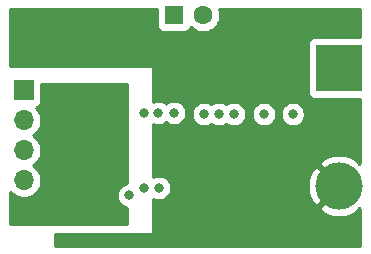
<source format=gbr>
%TF.GenerationSoftware,KiCad,Pcbnew,(5.1.9)-1*%
%TF.CreationDate,2021-10-27T02:20:13-05:00*%
%TF.ProjectId,BLDC_Cont,424c4443-5f43-46f6-9e74-2e6b69636164,rev?*%
%TF.SameCoordinates,Original*%
%TF.FileFunction,Copper,L2,Inr*%
%TF.FilePolarity,Positive*%
%FSLAX46Y46*%
G04 Gerber Fmt 4.6, Leading zero omitted, Abs format (unit mm)*
G04 Created by KiCad (PCBNEW (5.1.9)-1) date 2021-10-27 02:20:14*
%MOMM*%
%LPD*%
G01*
G04 APERTURE LIST*
%TA.AperFunction,ComponentPad*%
%ADD10C,4.000000*%
%TD*%
%TA.AperFunction,ComponentPad*%
%ADD11R,4.000000X4.000000*%
%TD*%
%TA.AperFunction,ComponentPad*%
%ADD12R,1.600000X1.600000*%
%TD*%
%TA.AperFunction,ComponentPad*%
%ADD13C,1.600000*%
%TD*%
%TA.AperFunction,ComponentPad*%
%ADD14R,1.700000X1.700000*%
%TD*%
%TA.AperFunction,ComponentPad*%
%ADD15O,1.700000X1.700000*%
%TD*%
%TA.AperFunction,ViaPad*%
%ADD16C,0.800000*%
%TD*%
%TA.AperFunction,Conductor*%
%ADD17C,0.254000*%
%TD*%
%TA.AperFunction,Conductor*%
%ADD18C,0.100000*%
%TD*%
G04 APERTURE END LIST*
D10*
%TO.N,GND*%
%TO.C,C7*%
X187960000Y-120490000D03*
D11*
%TO.N,+VDC*%
X187960000Y-110490000D03*
%TD*%
D12*
%TO.N,/VDD*%
%TO.C,C6*%
X173990000Y-106045000D03*
D13*
%TO.N,/PHASE*%
X176490000Y-106045000D03*
%TD*%
D14*
%TO.N,+12V*%
%TO.C,J4*%
X161290000Y-112395000D03*
D15*
%TO.N,/PWM_A*%
X161290000Y-114935000D03*
%TO.N,/PWM_B*%
X161290000Y-117475000D03*
%TO.N,+5VD*%
X161290000Y-120015000D03*
%TO.N,GNDD*%
X161290000Y-122555000D03*
%TD*%
D16*
%TO.N,GND*%
X167005000Y-125095000D03*
X165735000Y-125095000D03*
X164465000Y-125095000D03*
X168275000Y-125095000D03*
X169545000Y-125095000D03*
X170815000Y-125095000D03*
X172085000Y-125095000D03*
X173355000Y-125095000D03*
X174625000Y-125095000D03*
X175895000Y-125095000D03*
X177165000Y-125095000D03*
X178435000Y-125095000D03*
X179705000Y-125095000D03*
X180975000Y-125095000D03*
X182245000Y-125095000D03*
X183515000Y-125095000D03*
X184785000Y-125095000D03*
X186055000Y-125095000D03*
X187325000Y-125095000D03*
%TO.N,/PHASE*%
X176525000Y-114395000D03*
X177805000Y-114395000D03*
X179075000Y-114395000D03*
X181610000Y-114395000D03*
X184055000Y-114395000D03*
%TO.N,/V_OH*%
X173990000Y-114300000D03*
X172655000Y-114300000D03*
X171450000Y-114300000D03*
%TO.N,/V_OL*%
X172720000Y-120650000D03*
X171450000Y-120650000D03*
X170180000Y-121285000D03*
%TD*%
D17*
%TO.N,GNDD*%
X170053000Y-120254985D02*
X169878102Y-120289774D01*
X169689744Y-120367795D01*
X169520226Y-120481063D01*
X169376063Y-120625226D01*
X169262795Y-120794744D01*
X169184774Y-120983102D01*
X169145000Y-121183061D01*
X169145000Y-121386939D01*
X169184774Y-121586898D01*
X169262795Y-121775256D01*
X169376063Y-121944774D01*
X169520226Y-122088937D01*
X169689744Y-122202205D01*
X169878102Y-122280226D01*
X170053000Y-122315015D01*
X170053000Y-123698000D01*
X160147000Y-123698000D01*
X160147000Y-120972107D01*
X160343368Y-121168475D01*
X160586589Y-121330990D01*
X160856842Y-121442932D01*
X161143740Y-121500000D01*
X161436260Y-121500000D01*
X161723158Y-121442932D01*
X161993411Y-121330990D01*
X162236632Y-121168475D01*
X162443475Y-120961632D01*
X162605990Y-120718411D01*
X162717932Y-120448158D01*
X162775000Y-120161260D01*
X162775000Y-119868740D01*
X162717932Y-119581842D01*
X162605990Y-119311589D01*
X162443475Y-119068368D01*
X162236632Y-118861525D01*
X162062240Y-118745000D01*
X162236632Y-118628475D01*
X162443475Y-118421632D01*
X162605990Y-118178411D01*
X162717932Y-117908158D01*
X162775000Y-117621260D01*
X162775000Y-117328740D01*
X162717932Y-117041842D01*
X162605990Y-116771589D01*
X162443475Y-116528368D01*
X162236632Y-116321525D01*
X162062240Y-116205000D01*
X162236632Y-116088475D01*
X162443475Y-115881632D01*
X162605990Y-115638411D01*
X162717932Y-115368158D01*
X162775000Y-115081260D01*
X162775000Y-114788740D01*
X162717932Y-114501842D01*
X162605990Y-114231589D01*
X162443475Y-113988368D01*
X162311620Y-113856513D01*
X162384180Y-113834502D01*
X162494494Y-113775537D01*
X162591185Y-113696185D01*
X162670537Y-113599494D01*
X162729502Y-113489180D01*
X162765812Y-113369482D01*
X162778072Y-113245000D01*
X162778072Y-111887000D01*
X170053000Y-111887000D01*
X170053000Y-120254985D01*
%TA.AperFunction,Conductor*%
D18*
G36*
X170053000Y-120254985D02*
G01*
X169878102Y-120289774D01*
X169689744Y-120367795D01*
X169520226Y-120481063D01*
X169376063Y-120625226D01*
X169262795Y-120794744D01*
X169184774Y-120983102D01*
X169145000Y-121183061D01*
X169145000Y-121386939D01*
X169184774Y-121586898D01*
X169262795Y-121775256D01*
X169376063Y-121944774D01*
X169520226Y-122088937D01*
X169689744Y-122202205D01*
X169878102Y-122280226D01*
X170053000Y-122315015D01*
X170053000Y-123698000D01*
X160147000Y-123698000D01*
X160147000Y-120972107D01*
X160343368Y-121168475D01*
X160586589Y-121330990D01*
X160856842Y-121442932D01*
X161143740Y-121500000D01*
X161436260Y-121500000D01*
X161723158Y-121442932D01*
X161993411Y-121330990D01*
X162236632Y-121168475D01*
X162443475Y-120961632D01*
X162605990Y-120718411D01*
X162717932Y-120448158D01*
X162775000Y-120161260D01*
X162775000Y-119868740D01*
X162717932Y-119581842D01*
X162605990Y-119311589D01*
X162443475Y-119068368D01*
X162236632Y-118861525D01*
X162062240Y-118745000D01*
X162236632Y-118628475D01*
X162443475Y-118421632D01*
X162605990Y-118178411D01*
X162717932Y-117908158D01*
X162775000Y-117621260D01*
X162775000Y-117328740D01*
X162717932Y-117041842D01*
X162605990Y-116771589D01*
X162443475Y-116528368D01*
X162236632Y-116321525D01*
X162062240Y-116205000D01*
X162236632Y-116088475D01*
X162443475Y-115881632D01*
X162605990Y-115638411D01*
X162717932Y-115368158D01*
X162775000Y-115081260D01*
X162775000Y-114788740D01*
X162717932Y-114501842D01*
X162605990Y-114231589D01*
X162443475Y-113988368D01*
X162311620Y-113856513D01*
X162384180Y-113834502D01*
X162494494Y-113775537D01*
X162591185Y-113696185D01*
X162670537Y-113599494D01*
X162729502Y-113489180D01*
X162765812Y-113369482D01*
X162778072Y-113245000D01*
X162778072Y-111887000D01*
X170053000Y-111887000D01*
X170053000Y-120254985D01*
G37*
%TD.AperFunction*%
%TD*%
D17*
%TO.N,GND*%
X172551928Y-106845000D02*
X172564188Y-106969482D01*
X172600498Y-107089180D01*
X172659463Y-107199494D01*
X172738815Y-107296185D01*
X172835506Y-107375537D01*
X172945820Y-107434502D01*
X173065518Y-107470812D01*
X173190000Y-107483072D01*
X174790000Y-107483072D01*
X174914482Y-107470812D01*
X175034180Y-107434502D01*
X175144494Y-107375537D01*
X175241185Y-107296185D01*
X175320537Y-107199494D01*
X175379502Y-107089180D01*
X175408661Y-106993057D01*
X175575241Y-107159637D01*
X175810273Y-107316680D01*
X176071426Y-107424853D01*
X176348665Y-107480000D01*
X176631335Y-107480000D01*
X176908574Y-107424853D01*
X177169727Y-107316680D01*
X177404759Y-107159637D01*
X177604637Y-106959759D01*
X177761680Y-106724727D01*
X177869853Y-106463574D01*
X177925000Y-106186335D01*
X177925000Y-105903665D01*
X177869853Y-105626426D01*
X177832812Y-105537000D01*
X189738000Y-105537000D01*
X189738000Y-107851928D01*
X185960000Y-107851928D01*
X185835518Y-107864188D01*
X185715820Y-107900498D01*
X185605506Y-107959463D01*
X185508815Y-108038815D01*
X185429463Y-108135506D01*
X185370498Y-108245820D01*
X185334188Y-108365518D01*
X185321928Y-108490000D01*
X185321928Y-112490000D01*
X185334188Y-112614482D01*
X185370498Y-112734180D01*
X185429463Y-112844494D01*
X185508815Y-112941185D01*
X185605506Y-113020537D01*
X185715820Y-113079502D01*
X185835518Y-113115812D01*
X185960000Y-113128072D01*
X189738000Y-113128072D01*
X189738000Y-118532392D01*
X189627893Y-118642499D01*
X189411772Y-118275742D01*
X188951895Y-118035062D01*
X188453902Y-117888725D01*
X187936929Y-117842352D01*
X187420841Y-117897727D01*
X186925474Y-118052721D01*
X186508228Y-118275742D01*
X186292106Y-118642501D01*
X187960000Y-120310395D01*
X187974143Y-120296253D01*
X188153748Y-120475858D01*
X188139605Y-120490000D01*
X188153748Y-120504143D01*
X187974143Y-120683748D01*
X187960000Y-120669605D01*
X186292106Y-122337499D01*
X186508228Y-122704258D01*
X186968105Y-122944938D01*
X187466098Y-123091275D01*
X187983071Y-123137648D01*
X188499159Y-123082273D01*
X188994526Y-122927279D01*
X189411772Y-122704258D01*
X189627893Y-122337501D01*
X189738000Y-122447608D01*
X189738000Y-125603000D01*
X172212000Y-125603000D01*
X172212000Y-121555349D01*
X172229744Y-121567205D01*
X172418102Y-121645226D01*
X172618061Y-121685000D01*
X172821939Y-121685000D01*
X173021898Y-121645226D01*
X173210256Y-121567205D01*
X173379774Y-121453937D01*
X173523937Y-121309774D01*
X173637205Y-121140256D01*
X173715226Y-120951898D01*
X173755000Y-120751939D01*
X173755000Y-120548061D01*
X173748041Y-120513071D01*
X185312352Y-120513071D01*
X185367727Y-121029159D01*
X185522721Y-121524526D01*
X185745742Y-121941772D01*
X186112501Y-122157894D01*
X187780395Y-120490000D01*
X186112501Y-118822106D01*
X185745742Y-119038228D01*
X185505062Y-119498105D01*
X185358725Y-119996098D01*
X185312352Y-120513071D01*
X173748041Y-120513071D01*
X173715226Y-120348102D01*
X173637205Y-120159744D01*
X173523937Y-119990226D01*
X173379774Y-119846063D01*
X173210256Y-119732795D01*
X173021898Y-119654774D01*
X172821939Y-119615000D01*
X172618061Y-119615000D01*
X172418102Y-119654774D01*
X172229744Y-119732795D01*
X172212000Y-119744651D01*
X172212000Y-115236779D01*
X172353102Y-115295226D01*
X172553061Y-115335000D01*
X172756939Y-115335000D01*
X172956898Y-115295226D01*
X173145256Y-115217205D01*
X173314774Y-115103937D01*
X173322500Y-115096211D01*
X173330226Y-115103937D01*
X173499744Y-115217205D01*
X173688102Y-115295226D01*
X173888061Y-115335000D01*
X174091939Y-115335000D01*
X174291898Y-115295226D01*
X174480256Y-115217205D01*
X174649774Y-115103937D01*
X174793937Y-114959774D01*
X174907205Y-114790256D01*
X174985226Y-114601898D01*
X175025000Y-114401939D01*
X175025000Y-114293061D01*
X175490000Y-114293061D01*
X175490000Y-114496939D01*
X175529774Y-114696898D01*
X175607795Y-114885256D01*
X175721063Y-115054774D01*
X175865226Y-115198937D01*
X176034744Y-115312205D01*
X176223102Y-115390226D01*
X176423061Y-115430000D01*
X176626939Y-115430000D01*
X176826898Y-115390226D01*
X177015256Y-115312205D01*
X177165000Y-115212150D01*
X177314744Y-115312205D01*
X177503102Y-115390226D01*
X177703061Y-115430000D01*
X177906939Y-115430000D01*
X178106898Y-115390226D01*
X178295256Y-115312205D01*
X178440000Y-115215490D01*
X178584744Y-115312205D01*
X178773102Y-115390226D01*
X178973061Y-115430000D01*
X179176939Y-115430000D01*
X179376898Y-115390226D01*
X179565256Y-115312205D01*
X179734774Y-115198937D01*
X179878937Y-115054774D01*
X179992205Y-114885256D01*
X180070226Y-114696898D01*
X180110000Y-114496939D01*
X180110000Y-114293061D01*
X180575000Y-114293061D01*
X180575000Y-114496939D01*
X180614774Y-114696898D01*
X180692795Y-114885256D01*
X180806063Y-115054774D01*
X180950226Y-115198937D01*
X181119744Y-115312205D01*
X181308102Y-115390226D01*
X181508061Y-115430000D01*
X181711939Y-115430000D01*
X181911898Y-115390226D01*
X182100256Y-115312205D01*
X182269774Y-115198937D01*
X182413937Y-115054774D01*
X182527205Y-114885256D01*
X182605226Y-114696898D01*
X182645000Y-114496939D01*
X182645000Y-114293061D01*
X183020000Y-114293061D01*
X183020000Y-114496939D01*
X183059774Y-114696898D01*
X183137795Y-114885256D01*
X183251063Y-115054774D01*
X183395226Y-115198937D01*
X183564744Y-115312205D01*
X183753102Y-115390226D01*
X183953061Y-115430000D01*
X184156939Y-115430000D01*
X184356898Y-115390226D01*
X184545256Y-115312205D01*
X184714774Y-115198937D01*
X184858937Y-115054774D01*
X184972205Y-114885256D01*
X185050226Y-114696898D01*
X185090000Y-114496939D01*
X185090000Y-114293061D01*
X185050226Y-114093102D01*
X184972205Y-113904744D01*
X184858937Y-113735226D01*
X184714774Y-113591063D01*
X184545256Y-113477795D01*
X184356898Y-113399774D01*
X184156939Y-113360000D01*
X183953061Y-113360000D01*
X183753102Y-113399774D01*
X183564744Y-113477795D01*
X183395226Y-113591063D01*
X183251063Y-113735226D01*
X183137795Y-113904744D01*
X183059774Y-114093102D01*
X183020000Y-114293061D01*
X182645000Y-114293061D01*
X182605226Y-114093102D01*
X182527205Y-113904744D01*
X182413937Y-113735226D01*
X182269774Y-113591063D01*
X182100256Y-113477795D01*
X181911898Y-113399774D01*
X181711939Y-113360000D01*
X181508061Y-113360000D01*
X181308102Y-113399774D01*
X181119744Y-113477795D01*
X180950226Y-113591063D01*
X180806063Y-113735226D01*
X180692795Y-113904744D01*
X180614774Y-114093102D01*
X180575000Y-114293061D01*
X180110000Y-114293061D01*
X180070226Y-114093102D01*
X179992205Y-113904744D01*
X179878937Y-113735226D01*
X179734774Y-113591063D01*
X179565256Y-113477795D01*
X179376898Y-113399774D01*
X179176939Y-113360000D01*
X178973061Y-113360000D01*
X178773102Y-113399774D01*
X178584744Y-113477795D01*
X178440000Y-113574510D01*
X178295256Y-113477795D01*
X178106898Y-113399774D01*
X177906939Y-113360000D01*
X177703061Y-113360000D01*
X177503102Y-113399774D01*
X177314744Y-113477795D01*
X177165000Y-113577850D01*
X177015256Y-113477795D01*
X176826898Y-113399774D01*
X176626939Y-113360000D01*
X176423061Y-113360000D01*
X176223102Y-113399774D01*
X176034744Y-113477795D01*
X175865226Y-113591063D01*
X175721063Y-113735226D01*
X175607795Y-113904744D01*
X175529774Y-114093102D01*
X175490000Y-114293061D01*
X175025000Y-114293061D01*
X175025000Y-114198061D01*
X174985226Y-113998102D01*
X174907205Y-113809744D01*
X174793937Y-113640226D01*
X174649774Y-113496063D01*
X174480256Y-113382795D01*
X174291898Y-113304774D01*
X174091939Y-113265000D01*
X173888061Y-113265000D01*
X173688102Y-113304774D01*
X173499744Y-113382795D01*
X173330226Y-113496063D01*
X173322500Y-113503789D01*
X173314774Y-113496063D01*
X173145256Y-113382795D01*
X172956898Y-113304774D01*
X172756939Y-113265000D01*
X172553061Y-113265000D01*
X172353102Y-113304774D01*
X172212000Y-113363221D01*
X172212000Y-110490000D01*
X172209560Y-110465224D01*
X172202333Y-110441399D01*
X172190597Y-110419443D01*
X172174803Y-110400197D01*
X172155557Y-110384403D01*
X172133601Y-110372667D01*
X172109776Y-110365440D01*
X172085000Y-110363000D01*
X160147000Y-110363000D01*
X160147000Y-105537000D01*
X172551928Y-105537000D01*
X172551928Y-106845000D01*
%TA.AperFunction,Conductor*%
D18*
G36*
X172551928Y-106845000D02*
G01*
X172564188Y-106969482D01*
X172600498Y-107089180D01*
X172659463Y-107199494D01*
X172738815Y-107296185D01*
X172835506Y-107375537D01*
X172945820Y-107434502D01*
X173065518Y-107470812D01*
X173190000Y-107483072D01*
X174790000Y-107483072D01*
X174914482Y-107470812D01*
X175034180Y-107434502D01*
X175144494Y-107375537D01*
X175241185Y-107296185D01*
X175320537Y-107199494D01*
X175379502Y-107089180D01*
X175408661Y-106993057D01*
X175575241Y-107159637D01*
X175810273Y-107316680D01*
X176071426Y-107424853D01*
X176348665Y-107480000D01*
X176631335Y-107480000D01*
X176908574Y-107424853D01*
X177169727Y-107316680D01*
X177404759Y-107159637D01*
X177604637Y-106959759D01*
X177761680Y-106724727D01*
X177869853Y-106463574D01*
X177925000Y-106186335D01*
X177925000Y-105903665D01*
X177869853Y-105626426D01*
X177832812Y-105537000D01*
X189738000Y-105537000D01*
X189738000Y-107851928D01*
X185960000Y-107851928D01*
X185835518Y-107864188D01*
X185715820Y-107900498D01*
X185605506Y-107959463D01*
X185508815Y-108038815D01*
X185429463Y-108135506D01*
X185370498Y-108245820D01*
X185334188Y-108365518D01*
X185321928Y-108490000D01*
X185321928Y-112490000D01*
X185334188Y-112614482D01*
X185370498Y-112734180D01*
X185429463Y-112844494D01*
X185508815Y-112941185D01*
X185605506Y-113020537D01*
X185715820Y-113079502D01*
X185835518Y-113115812D01*
X185960000Y-113128072D01*
X189738000Y-113128072D01*
X189738000Y-118532392D01*
X189627893Y-118642499D01*
X189411772Y-118275742D01*
X188951895Y-118035062D01*
X188453902Y-117888725D01*
X187936929Y-117842352D01*
X187420841Y-117897727D01*
X186925474Y-118052721D01*
X186508228Y-118275742D01*
X186292106Y-118642501D01*
X187960000Y-120310395D01*
X187974143Y-120296253D01*
X188153748Y-120475858D01*
X188139605Y-120490000D01*
X188153748Y-120504143D01*
X187974143Y-120683748D01*
X187960000Y-120669605D01*
X186292106Y-122337499D01*
X186508228Y-122704258D01*
X186968105Y-122944938D01*
X187466098Y-123091275D01*
X187983071Y-123137648D01*
X188499159Y-123082273D01*
X188994526Y-122927279D01*
X189411772Y-122704258D01*
X189627893Y-122337501D01*
X189738000Y-122447608D01*
X189738000Y-125603000D01*
X172212000Y-125603000D01*
X172212000Y-121555349D01*
X172229744Y-121567205D01*
X172418102Y-121645226D01*
X172618061Y-121685000D01*
X172821939Y-121685000D01*
X173021898Y-121645226D01*
X173210256Y-121567205D01*
X173379774Y-121453937D01*
X173523937Y-121309774D01*
X173637205Y-121140256D01*
X173715226Y-120951898D01*
X173755000Y-120751939D01*
X173755000Y-120548061D01*
X173748041Y-120513071D01*
X185312352Y-120513071D01*
X185367727Y-121029159D01*
X185522721Y-121524526D01*
X185745742Y-121941772D01*
X186112501Y-122157894D01*
X187780395Y-120490000D01*
X186112501Y-118822106D01*
X185745742Y-119038228D01*
X185505062Y-119498105D01*
X185358725Y-119996098D01*
X185312352Y-120513071D01*
X173748041Y-120513071D01*
X173715226Y-120348102D01*
X173637205Y-120159744D01*
X173523937Y-119990226D01*
X173379774Y-119846063D01*
X173210256Y-119732795D01*
X173021898Y-119654774D01*
X172821939Y-119615000D01*
X172618061Y-119615000D01*
X172418102Y-119654774D01*
X172229744Y-119732795D01*
X172212000Y-119744651D01*
X172212000Y-115236779D01*
X172353102Y-115295226D01*
X172553061Y-115335000D01*
X172756939Y-115335000D01*
X172956898Y-115295226D01*
X173145256Y-115217205D01*
X173314774Y-115103937D01*
X173322500Y-115096211D01*
X173330226Y-115103937D01*
X173499744Y-115217205D01*
X173688102Y-115295226D01*
X173888061Y-115335000D01*
X174091939Y-115335000D01*
X174291898Y-115295226D01*
X174480256Y-115217205D01*
X174649774Y-115103937D01*
X174793937Y-114959774D01*
X174907205Y-114790256D01*
X174985226Y-114601898D01*
X175025000Y-114401939D01*
X175025000Y-114293061D01*
X175490000Y-114293061D01*
X175490000Y-114496939D01*
X175529774Y-114696898D01*
X175607795Y-114885256D01*
X175721063Y-115054774D01*
X175865226Y-115198937D01*
X176034744Y-115312205D01*
X176223102Y-115390226D01*
X176423061Y-115430000D01*
X176626939Y-115430000D01*
X176826898Y-115390226D01*
X177015256Y-115312205D01*
X177165000Y-115212150D01*
X177314744Y-115312205D01*
X177503102Y-115390226D01*
X177703061Y-115430000D01*
X177906939Y-115430000D01*
X178106898Y-115390226D01*
X178295256Y-115312205D01*
X178440000Y-115215490D01*
X178584744Y-115312205D01*
X178773102Y-115390226D01*
X178973061Y-115430000D01*
X179176939Y-115430000D01*
X179376898Y-115390226D01*
X179565256Y-115312205D01*
X179734774Y-115198937D01*
X179878937Y-115054774D01*
X179992205Y-114885256D01*
X180070226Y-114696898D01*
X180110000Y-114496939D01*
X180110000Y-114293061D01*
X180575000Y-114293061D01*
X180575000Y-114496939D01*
X180614774Y-114696898D01*
X180692795Y-114885256D01*
X180806063Y-115054774D01*
X180950226Y-115198937D01*
X181119744Y-115312205D01*
X181308102Y-115390226D01*
X181508061Y-115430000D01*
X181711939Y-115430000D01*
X181911898Y-115390226D01*
X182100256Y-115312205D01*
X182269774Y-115198937D01*
X182413937Y-115054774D01*
X182527205Y-114885256D01*
X182605226Y-114696898D01*
X182645000Y-114496939D01*
X182645000Y-114293061D01*
X183020000Y-114293061D01*
X183020000Y-114496939D01*
X183059774Y-114696898D01*
X183137795Y-114885256D01*
X183251063Y-115054774D01*
X183395226Y-115198937D01*
X183564744Y-115312205D01*
X183753102Y-115390226D01*
X183953061Y-115430000D01*
X184156939Y-115430000D01*
X184356898Y-115390226D01*
X184545256Y-115312205D01*
X184714774Y-115198937D01*
X184858937Y-115054774D01*
X184972205Y-114885256D01*
X185050226Y-114696898D01*
X185090000Y-114496939D01*
X185090000Y-114293061D01*
X185050226Y-114093102D01*
X184972205Y-113904744D01*
X184858937Y-113735226D01*
X184714774Y-113591063D01*
X184545256Y-113477795D01*
X184356898Y-113399774D01*
X184156939Y-113360000D01*
X183953061Y-113360000D01*
X183753102Y-113399774D01*
X183564744Y-113477795D01*
X183395226Y-113591063D01*
X183251063Y-113735226D01*
X183137795Y-113904744D01*
X183059774Y-114093102D01*
X183020000Y-114293061D01*
X182645000Y-114293061D01*
X182605226Y-114093102D01*
X182527205Y-113904744D01*
X182413937Y-113735226D01*
X182269774Y-113591063D01*
X182100256Y-113477795D01*
X181911898Y-113399774D01*
X181711939Y-113360000D01*
X181508061Y-113360000D01*
X181308102Y-113399774D01*
X181119744Y-113477795D01*
X180950226Y-113591063D01*
X180806063Y-113735226D01*
X180692795Y-113904744D01*
X180614774Y-114093102D01*
X180575000Y-114293061D01*
X180110000Y-114293061D01*
X180070226Y-114093102D01*
X179992205Y-113904744D01*
X179878937Y-113735226D01*
X179734774Y-113591063D01*
X179565256Y-113477795D01*
X179376898Y-113399774D01*
X179176939Y-113360000D01*
X178973061Y-113360000D01*
X178773102Y-113399774D01*
X178584744Y-113477795D01*
X178440000Y-113574510D01*
X178295256Y-113477795D01*
X178106898Y-113399774D01*
X177906939Y-113360000D01*
X177703061Y-113360000D01*
X177503102Y-113399774D01*
X177314744Y-113477795D01*
X177165000Y-113577850D01*
X177015256Y-113477795D01*
X176826898Y-113399774D01*
X176626939Y-113360000D01*
X176423061Y-113360000D01*
X176223102Y-113399774D01*
X176034744Y-113477795D01*
X175865226Y-113591063D01*
X175721063Y-113735226D01*
X175607795Y-113904744D01*
X175529774Y-114093102D01*
X175490000Y-114293061D01*
X175025000Y-114293061D01*
X175025000Y-114198061D01*
X174985226Y-113998102D01*
X174907205Y-113809744D01*
X174793937Y-113640226D01*
X174649774Y-113496063D01*
X174480256Y-113382795D01*
X174291898Y-113304774D01*
X174091939Y-113265000D01*
X173888061Y-113265000D01*
X173688102Y-113304774D01*
X173499744Y-113382795D01*
X173330226Y-113496063D01*
X173322500Y-113503789D01*
X173314774Y-113496063D01*
X173145256Y-113382795D01*
X172956898Y-113304774D01*
X172756939Y-113265000D01*
X172553061Y-113265000D01*
X172353102Y-113304774D01*
X172212000Y-113363221D01*
X172212000Y-110490000D01*
X172209560Y-110465224D01*
X172202333Y-110441399D01*
X172190597Y-110419443D01*
X172174803Y-110400197D01*
X172155557Y-110384403D01*
X172133601Y-110372667D01*
X172109776Y-110365440D01*
X172085000Y-110363000D01*
X160147000Y-110363000D01*
X160147000Y-105537000D01*
X172551928Y-105537000D01*
X172551928Y-106845000D01*
G37*
%TD.AperFunction*%
%TD*%
D17*
%TO.N,GND*%
X172593000Y-125603000D02*
X163957000Y-125603000D01*
X163957000Y-124587000D01*
X172593000Y-124587000D01*
X172593000Y-125603000D01*
%TA.AperFunction,Conductor*%
D18*
G36*
X172593000Y-125603000D02*
G01*
X163957000Y-125603000D01*
X163957000Y-124587000D01*
X172593000Y-124587000D01*
X172593000Y-125603000D01*
G37*
%TD.AperFunction*%
%TD*%
M02*

</source>
